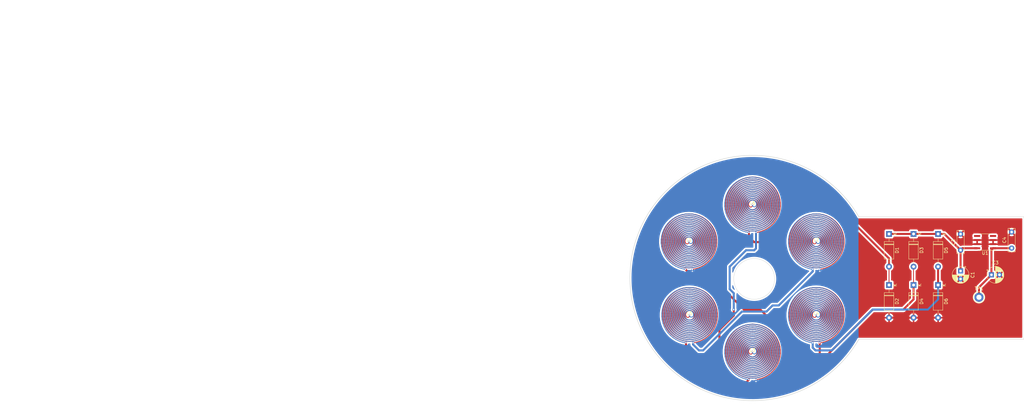
<source format=kicad_pcb>
(kicad_pcb (version 20211014) (generator pcbnew)
  (layers (0 "F.Cu" signal) (31 "B.Cu" signal) (34 "B.Paste" user) (35 "F.Paste" user) (36 "B.SilkS" user "B.Silkscreen") (37 "F.SilkS" user "F.Silkscreen") (38 "B.Mask" user) (39 "F.Mask" user) (44 "Edge.Cuts" user))
  (net 0 "")
  (net 1 "+5V")
  (net 2 "GND")
  (net 5 "Net-(C1-Pad1)")
  (net 6 "Net-(D1-Pad2)")
  (net 7 "Net-(D3-Pad2)")
  (net 8 "Net-(D5-Pad2)")
  (net 9 "Net-(L1-Pad2)")
  (net 10 "Net-(L2-Pad2)")
  (net 11 "Net-(L3-Pad2)")
  (net 12 "/neutral")
  (footprint "Diode_THT:D_A-405_P10.16mm_Horizontal" (layer "F.Cu") (at 250.19 126.365 -90)
    (fp_text reference "D2")
    (fp_text value "D")
  )
  (footprint "Diode_THT:D_A-405_P10.16mm_Horizontal" (layer "F.Cu") (at 265.43 110.490001 -90)
    (fp_text reference "D5")
    (fp_text value "D")
  )
  (footprint "Diode_THT:D_A-405_P10.16mm_Horizontal" (layer "F.Cu") (at 265.43 126.365001 -90)
    (fp_text reference "D6")
    (fp_text value "D")
  )
  (footprint "Library:pcb_coil" (layer "F.Cu") (at 188.214 135.636)
    (fp_text reference "L5")
    (fp_text value "L")
  )
  (footprint "Capacitor_THT:CP_Radial_D5.0mm_P2.50mm" (layer "F.Cu") (at 282.004888 123.19)
    (fp_text reference "C3")
    (fp_text value "10u")
  )
  (footprint "Library:pcb_coil" (layer "F.Cu") (at 227.584 112.776)
    (fp_text reference "L2")
    (fp_text value "L")
  )
  (footprint "Diode_THT:D_A-405_P10.16mm_Horizontal" (layer "F.Cu") (at 257.81 126.365 -90)
    (fp_text reference "D4")
    (fp_text value "D")
  )
  (footprint "Package_SO:SOIC-8_3.9x4.9mm_P1.27mm" (layer "F.Cu") (at 280.035 113.03 180)
    (fp_text reference "U1")
    (fp_text value "LM78L05_SO8")
  )
  (footprint "TestPoint:TestPoint_Keystone_5010-5014_Multipurpose" (layer "F.Cu") (at 278.13 130.175)
    (fp_text reference "TP1")
    (fp_text value "TestPoint")
  )
  (footprint "Capacitor_THT:C_Rect_L7.0mm_W2.0mm_P5.00mm" (layer "F.Cu") (at 272.415 115.53 90)
    (fp_text reference "C2")
    (fp_text value "10n")
  )
  (footprint "Library:pcb_coil" (layer "F.Cu") (at 207.772 101.346)
    (fp_text reference "L6")
    (fp_text value "L")
  )
  (footprint "Library:pcb_coil" (layer "F.Cu") (at 188.0108 112.776)
    (fp_text reference "L1")
    (fp_text value "L")
  )
  (footprint "Library:pcb_coil" (layer "F.Cu") (at 227.584 135.636)
    (fp_text reference "L4")
    (fp_text value "L")
  )
  (footprint "Diode_THT:D_A-405_P10.16mm_Horizontal" (layer "F.Cu") (at 257.81 110.490001 -90)
    (fp_text reference "D3")
    (fp_text value "D")
  )
  (footprint "Capacitor_THT:CP_Radial_D5.0mm_P2.50mm" (layer "F.Cu") (at 272.415 121.984888 -90)
    (fp_text reference "C1")
    (fp_text value "10u")
  )
  (footprint "Capacitor_THT:C_Rect_L7.0mm_W2.0mm_P5.00mm" (layer "F.Cu") (at 288.29 114.895 90)
    (fp_text reference "C4")
    (fp_text value "10n")
  )
  (footprint "Library:pcb_coil" (layer "F.Cu") (at 207.772 147.066)
    (fp_text reference "L3")
    (fp_text value "L")
  )
  (footprint "Diode_THT:D_A-405_P10.16mm_Horizontal" (layer "F.Cu") (at 250.19 110.490001 -90)
    (fp_text reference "D1")
    (fp_text value "D")
  )
  (gr_line (start 292.1 105.156) (end 240.792 105.156) (layer "Edge.Cuts") (width 0.1))
  (gr_arc (start 240.792 143.256) (mid 188.728107 157.215413) (end 174.752 105.156) (layer "Edge.Cuts") (width 0.15))
  (gr_line (start 240.792 143.256) (end 292.1 143.256) (layer "Edge.Cuts") (width 0.1))
  (gr_arc (start 174.752 105.156) (mid 207.772 86.091894) (end 240.792 105.156) (layer "Edge.Cuts") (width 0.15))
  (gr_circle (center 208.28 124.46) (end 214.63 124.46) (layer "Edge.Cuts") (width 0.1) (fill none))
  (gr_line (start 292.1 143.256) (end 292.1 105.156) (layer "Edge.Cuts") (width 0.1))
  (segment (start 282.004888 123.19) (end 278.13 127.064888) (width 0.635) (layer "F.Cu") (net 1))
  (segment (start 288.25 114.935) (end 288.29 114.895) (width 0.635) (layer "F.Cu") (net 1))
  (segment (start 278.13 127.064888) (end 278.13 130.175) (width 0.635) (layer "F.Cu") (net 1))
  (segment (start 282.004888 115.440112) (end 282.004888 123.19) (width 0.635) (layer "F.Cu") (net 1))
  (segment (start 282.51 114.935) (end 282.004888 115.440112) (width 0.635) (layer "F.Cu") (net 1))
  (segment (start 282.51 114.935) (end 288.25 114.935) (width 0.635) (layer "F.Cu") (net 1))
  (segment (start 250.19 136.525) (end 265.43 136.525001) (width 0.635) (layer "F.Cu") (net 2))
  (segment (start 273.01 114.935) (end 277.56 114.935) (width 0.635) (layer "F.Cu") (net 5))
  (segment (start 272.415 115.53) (end 272.415 121.984888) (width 0.635) (layer "F.Cu") (net 5))
  (segment (start 265.43 110.490001) (end 267.375001 110.490001) (width 0.635) (layer "F.Cu") (net 5))
  (segment (start 250.19 110.490001) (end 265.43 110.490001) (width 0.635) (layer "F.Cu") (net 5))
  (segment (start 272.415 115.53) (end 273.01 114.935) (width 0.635) (layer "F.Cu") (net 5))
  (segment (start 267.375001 110.490001) (end 272.415 115.53) (width 0.635) (layer "F.Cu") (net 5))
  (segment (start 212.09 113.03) (end 225.425 99.695) (width 0.635) (layer "F.Cu") (net 6))
  (segment (start 231.775 99.695) (end 250.19 118.11) (width 0.635) (layer "F.Cu") (net 6))
  (segment (start 250.19 118.11) (end 250.19 120.650001) (width 0.635) (layer "F.Cu") (net 6))
  (segment (start 250.19 126.365) (end 250.19 120.65) (width 0.25) (layer "F.Cu") (net 6))
  (segment (start 225.425 99.695) (end 231.775 99.695) (width 0.635) (layer "F.Cu") (net 6))
  (segment (start 206.6544 110.0328) (end 206.6544 111.4044) (width 0.635) (layer "F.Cu") (net 6))
  (segment (start 206.6544 111.4044) (end 208.28 113.03) (width 0.635) (layer "F.Cu") (net 6))
  (segment (start 208.28 113.03) (end 212.09 113.03) (width 0.635) (layer "F.Cu") (net 6))
  (segment (start 257.81 126.365) (end 257.81 120.650001) (width 0.25) (layer "F.Cu") (net 7))
  (segment (start 187.0964 149.6314) (end 195.58 158.115) (width 0.635) (layer "F.Cu") (net 7))
  (segment (start 195.58 158.115) (end 220.98 158.115) (width 0.635) (layer "F.Cu") (net 7))
  (segment (start 245.11 133.985) (end 254.635 133.985) (width 0.635) (layer "F.Cu") (net 7))
  (segment (start 257.81 130.81) (end 257.81 126.365) (width 0.635) (layer "F.Cu") (net 7))
  (segment (start 254.635 133.985) (end 257.81 130.81) (width 0.635) (layer "F.Cu") (net 7))
  (segment (start 187.0964 144.3228) (end 187.0964 149.6314) (width 0.635) (layer "F.Cu") (net 7))
  (segment (start 220.98 158.115) (end 245.11 133.985) (width 0.635) (layer "F.Cu") (net 7))
  (segment (start 265.43 120.650001) (end 265.43 126.365001) (width 0.635) (layer "F.Cu") (net 8))
  (segment (start 227.33 146.685) (end 232.41 146.685) (width 0.635) (layer "B.Cu") (net 8))
  (segment (start 226.4664 145.8214) (end 227.33 146.685) (width 0.635) (layer "B.Cu") (net 8))
  (segment (start 262.255 133.985) (end 265.43 130.81) (width 0.635) (layer "B.Cu") (net 8))
  (segment (start 245.11 133.985) (end 262.255 133.985) (width 0.635) (layer "B.Cu") (net 8))
  (segment (start 232.41 146.685) (end 245.11 133.985) (width 0.635) (layer "B.Cu") (net 8))
  (segment (start 265.43 130.81) (end 265.43 126.365001) (width 0.635) (layer "B.Cu") (net 8))
  (segment (start 226.4664 144.3228) (end 226.4664 145.8214) (width 0.635) (layer "B.Cu") (net 8))
  (segment (start 196.215 125.095) (end 205.105 133.985) (width 0.635) (layer "F.Cu") (net 9))
  (segment (start 227.965 149.86) (end 228.6508 149.1742) (width 0.635) (layer "F.Cu") (net 9))
  (segment (start 186.8932 121.4628) (end 190.5254 125.095) (width 0.635) (layer "F.Cu") (net 9))
  (segment (start 226.06 149.86) (end 227.965 149.86) (width 0.635) (layer "F.Cu") (net 9))
  (segment (start 228.6508 149.1742) (end 228.6508 144.3228) (width 0.635) (layer "F.Cu") (net 9))
  (segment (start 190.5254 125.095) (end 196.215 125.095) (width 0.635) (layer "F.Cu") (net 9))
  (segment (start 205.105 133.985) (end 210.185 133.985) (width 0.635) (layer "F.Cu") (net 9))
  (segment (start 210.185 133.985) (end 226.06 149.86) (width 0.635) (layer "F.Cu") (net 9))
  (segment (start 189.2808 144.3228) (end 189.2808 144.8308) (width 0.635) (layer "B.Cu") (net 10))
  (segment (start 226.4664 121.4628) (end 226.4664 122.1486) (width 0.635) (layer "B.Cu") (net 10))
  (segment (start 191.135 146.685) (end 192.405 146.685) (width 0.635) (layer "B.Cu") (net 10))
  (segment (start 215.9 132.715) (end 225.425 123.19) (width 0.635) (layer "B.Cu") (net 10))
  (segment (start 204.47 134.62) (end 212.09 134.62) (width 0.635) (layer "B.Cu") (net 10))
  (segment (start 189.2808 144.8308) (end 191.135 146.685) (width 0.635) (layer "B.Cu") (net 10))
  (segment (start 226.4664 122.1486) (end 225.425 123.19) (width 0.635) (layer "B.Cu") (net 10))
  (segment (start 212.09 134.62) (end 213.995 132.715) (width 0.635) (layer "B.Cu") (net 10))
  (segment (start 192.405 146.685) (end 204.47 134.62) (width 0.635) (layer "B.Cu") (net 10))
  (segment (start 213.995 132.715) (end 215.9 132.715) (width 0.635) (layer "B.Cu") (net 10))
  (segment (start 206.6544 155.7528) (end 205.5622 156.845) (width 0.635) (layer "F.Cu") (net 11))
  (segment (start 198.755 153.67) (end 197.485 152.4) (width 0.635) (layer "F.Cu") (net 11))
  (segment (start 197.485 145.415) (end 197.485 140.335) (width 0.635) (layer "F.Cu") (net 11))
  (segment (start 201.93 156.845) (end 198.755 153.67) (width 0.635) (layer "F.Cu") (net 11))
  (segment (start 205.5622 156.845) (end 204.47 156.845) (width 0.635) (layer "F.Cu") (net 11))
  (segment (start 197.485 140.335) (end 201.93 135.89) (width 0.635) (layer "F.Cu") (net 11))
  (segment (start 201.93 135.89) (end 201.93 133.985) (width 0.635) (layer "F.Cu") (net 11))
  (segment (start 204.47 156.845) (end 201.93 156.845) (width 0.635) (layer "F.Cu") (net 11))
  (segment (start 197.485 152.4) (end 197.485 145.415) (width 0.635) (layer "F.Cu") (net 11))
  (via (at 201.93 133.985) (size 0.8) (drill 0.4) (layers "F.Cu" "B.Cu") (net 11))
  (segment (start 208.28 115.57) (end 208.8388 115.0112) (width 0.635) (layer "B.Cu") (net 11))
  (segment (start 200.66 127.635) (end 200.66 120.65) (width 0.635) (layer "B.Cu") (net 11))
  (segment (start 208.8388 115.0112) (end 208.8388 110.0328) (width 0.635) (layer "B.Cu") (net 11))
  (segment (start 201.93 133.985) (end 201.93 128.905) (width 0.635) (layer "B.Cu") (net 11))
  (segment (start 200.66 120.65) (end 205.74 115.57) (width 0.635) (layer "B.Cu") (net 11))
  (segment (start 205.74 115.57) (end 208.28 115.57) (width 0.635) (layer "B.Cu") (net 11))
  (segment (start 201.93 128.905) (end 200.66 127.635) (width 0.635) (layer "B.Cu") (net 11))
  (zone (net 2) (net_name "GND") (layer "F.Cu") (connect_pads (clearance 0.508)) (min_thickness 0.254) (fill yes (thermal_gap 0.508) (thermal_bridge_width 0.508))
    (polygon (pts (xy 292.1 142.875) (xy 240.665 142.875) (xy 240.665 105.41) (xy 292.1 105.41)))
  )
  (zone (net 12) (net_name "/neutral") (layer "B.Cu") (connect_pads (clearance 0.508)) (min_thickness 0.254) (fill yes (thermal_gap 0.508) (thermal_bridge_width 0.508) (island_removal_mode 1) (island_area_min 0))
    (polygon (pts (xy 240.665 84.455) (xy 240.742871 163.757234) (xy 166.764584 164.038751) (xy 166.984048 84.433935)))
  )
)
</source>
